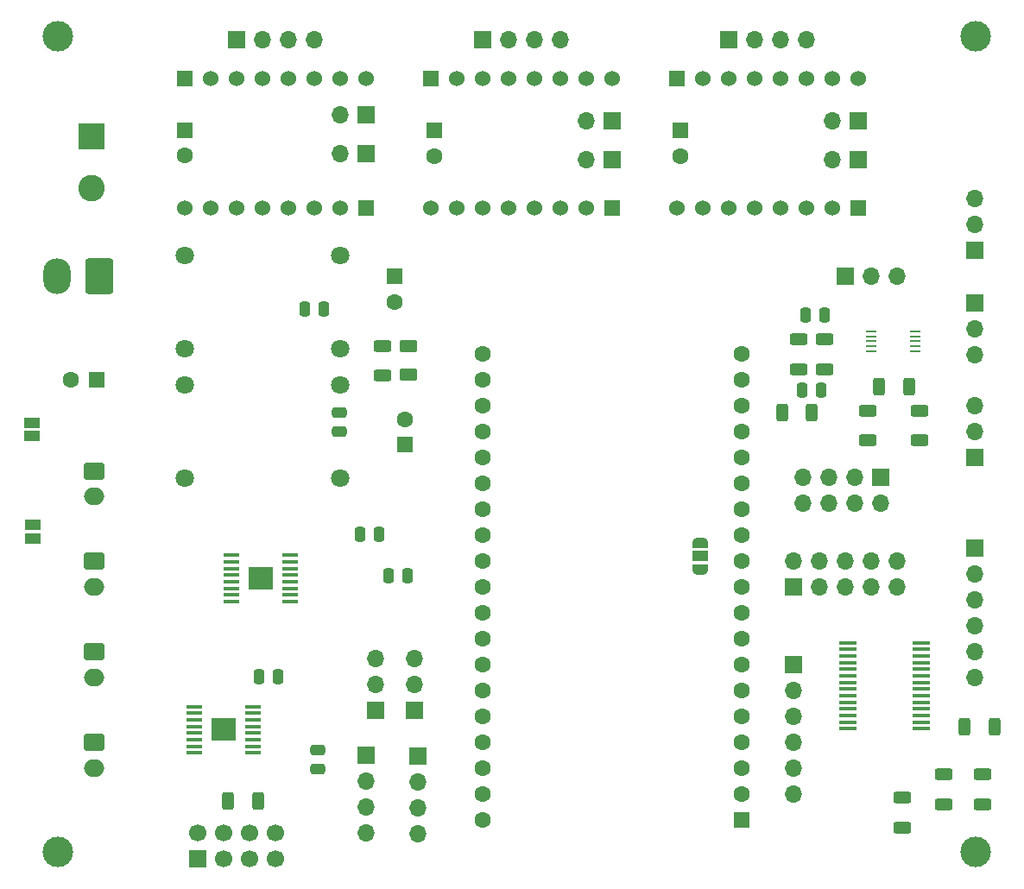
<source format=gbr>
%TF.GenerationSoftware,KiCad,Pcbnew,6.0.4-6f826c9f35~116~ubuntu20.04.1*%
%TF.CreationDate,2022-04-04T16:25:21+02:00*%
%TF.ProjectId,Hydroponics_board_v1,48796472-6f70-46f6-9e69-63735f626f61,rev?*%
%TF.SameCoordinates,Original*%
%TF.FileFunction,Soldermask,Top*%
%TF.FilePolarity,Negative*%
%FSLAX46Y46*%
G04 Gerber Fmt 4.6, Leading zero omitted, Abs format (unit mm)*
G04 Created by KiCad (PCBNEW 6.0.4-6f826c9f35~116~ubuntu20.04.1) date 2022-04-04 16:25:21*
%MOMM*%
%LPD*%
G01*
G04 APERTURE LIST*
G04 Aperture macros list*
%AMRoundRect*
0 Rectangle with rounded corners*
0 $1 Rounding radius*
0 $2 $3 $4 $5 $6 $7 $8 $9 X,Y pos of 4 corners*
0 Add a 4 corners polygon primitive as box body*
4,1,4,$2,$3,$4,$5,$6,$7,$8,$9,$2,$3,0*
0 Add four circle primitives for the rounded corners*
1,1,$1+$1,$2,$3*
1,1,$1+$1,$4,$5*
1,1,$1+$1,$6,$7*
1,1,$1+$1,$8,$9*
0 Add four rect primitives between the rounded corners*
20,1,$1+$1,$2,$3,$4,$5,0*
20,1,$1+$1,$4,$5,$6,$7,0*
20,1,$1+$1,$6,$7,$8,$9,0*
20,1,$1+$1,$8,$9,$2,$3,0*%
%AMFreePoly0*
4,1,22,0.550000,-0.750000,0.000000,-0.750000,0.000000,-0.745033,-0.079941,-0.743568,-0.215256,-0.701293,-0.333266,-0.622738,-0.424486,-0.514219,-0.481581,-0.384460,-0.499164,-0.250000,-0.500000,-0.250000,-0.500000,0.250000,-0.499164,0.250000,-0.499963,0.256109,-0.478152,0.396186,-0.417904,0.524511,-0.324060,0.630769,-0.204165,0.706417,-0.067858,0.745374,0.000000,0.744959,0.000000,0.750000,
0.550000,0.750000,0.550000,-0.750000,0.550000,-0.750000,$1*%
%AMFreePoly1*
4,1,20,0.000000,0.744959,0.073905,0.744508,0.209726,0.703889,0.328688,0.626782,0.421226,0.519385,0.479903,0.390333,0.500000,0.250000,0.500000,-0.250000,0.499851,-0.262216,0.476331,-0.402017,0.414519,-0.529596,0.319384,-0.634700,0.198574,-0.708877,0.061801,-0.746166,0.000000,-0.745033,0.000000,-0.750000,-0.550000,-0.750000,-0.550000,0.750000,0.000000,0.750000,0.000000,0.744959,
0.000000,0.744959,$1*%
G04 Aperture macros list end*
%ADD10R,1.600000X1.600000*%
%ADD11C,1.600000*%
%ADD12R,1.700000X1.700000*%
%ADD13O,1.700000X1.700000*%
%ADD14RoundRect,0.250000X0.625000X-0.375000X0.625000X0.375000X-0.625000X0.375000X-0.625000X-0.375000X0*%
%ADD15C,3.000000*%
%ADD16RoundRect,0.250000X0.625000X-0.312500X0.625000X0.312500X-0.625000X0.312500X-0.625000X-0.312500X0*%
%ADD17R,2.600000X2.600000*%
%ADD18C,2.600000*%
%ADD19RoundRect,0.250000X0.312500X0.625000X-0.312500X0.625000X-0.312500X-0.625000X0.312500X-0.625000X0*%
%ADD20RoundRect,0.250000X-0.750000X0.600000X-0.750000X-0.600000X0.750000X-0.600000X0.750000X0.600000X0*%
%ADD21O,2.000000X1.700000*%
%ADD22RoundRect,0.250000X-0.250000X-0.475000X0.250000X-0.475000X0.250000X0.475000X-0.250000X0.475000X0*%
%ADD23C,1.800000*%
%ADD24RoundRect,0.250000X0.250000X0.475000X-0.250000X0.475000X-0.250000X-0.475000X0.250000X-0.475000X0*%
%ADD25RoundRect,0.250000X-0.625000X0.312500X-0.625000X-0.312500X0.625000X-0.312500X0.625000X0.312500X0*%
%ADD26FreePoly0,90.000000*%
%ADD27R,1.500000X1.000000*%
%ADD28FreePoly1,90.000000*%
%ADD29RoundRect,0.250000X0.475000X-0.250000X0.475000X0.250000X-0.475000X0.250000X-0.475000X-0.250000X0*%
%ADD30C,1.700000*%
%ADD31R,1.524000X1.524000*%
%ADD32C,1.524000*%
%ADD33RoundRect,0.250000X-0.475000X0.250000X-0.475000X-0.250000X0.475000X-0.250000X0.475000X0.250000X0*%
%ADD34R,2.460000X2.310000*%
%ADD35RoundRect,0.100000X-0.687500X-0.100000X0.687500X-0.100000X0.687500X0.100000X-0.687500X0.100000X0*%
%ADD36RoundRect,0.250001X-1.099999X1.499999X-1.099999X-1.499999X1.099999X-1.499999X1.099999X1.499999X0*%
%ADD37O,2.700000X3.500000*%
%ADD38RoundRect,0.250000X-0.312500X-0.625000X0.312500X-0.625000X0.312500X0.625000X-0.312500X0.625000X0*%
%ADD39R,1.100000X0.250000*%
%ADD40R,1.750000X0.450000*%
G04 APERTURE END LIST*
D10*
%TO.C,C3*%
X126080000Y-54250000D03*
D11*
X126080000Y-56750000D03*
%TD*%
D12*
%TO.C,J12*%
X142255000Y-68580000D03*
D13*
X144795000Y-68580000D03*
X147335000Y-68580000D03*
%TD*%
D14*
%TO.C,D1*%
X99370000Y-78230000D03*
X99370000Y-75430000D03*
%TD*%
D15*
%TO.C,MH3*%
X155000000Y-45000000D03*
%TD*%
D16*
%TO.C,R9*%
X147828000Y-122620500D03*
X147828000Y-119695500D03*
%TD*%
D12*
%TO.C,J1*%
X95250000Y-115570000D03*
D13*
X95250000Y-118110000D03*
X95250000Y-120650000D03*
X95250000Y-123190000D03*
%TD*%
D12*
%TO.C,J3*%
X96195000Y-111120000D03*
D13*
X96195000Y-108580000D03*
X96195000Y-106040000D03*
%TD*%
D17*
%TO.C,J21*%
X68275000Y-54864000D03*
D18*
X68275000Y-59944000D03*
%TD*%
D15*
%TO.C,MH3*%
X155000000Y-125000000D03*
%TD*%
D19*
%TO.C,R3*%
X148457500Y-79370000D03*
X145532500Y-79370000D03*
%TD*%
D12*
%TO.C,JP2*%
X95250000Y-56560000D03*
D13*
X92710000Y-56560000D03*
%TD*%
D12*
%TO.C,J8*%
X130820000Y-45340000D03*
D13*
X133360000Y-45340000D03*
X135900000Y-45340000D03*
X138440000Y-45340000D03*
%TD*%
D20*
%TO.C,J17*%
X68580000Y-87670000D03*
D21*
X68580000Y-90170000D03*
%TD*%
D22*
%TO.C,C12*%
X94610000Y-93848000D03*
X96510000Y-93848000D03*
%TD*%
D12*
%TO.C,J13*%
X137160000Y-99060000D03*
D13*
X137160000Y-96520000D03*
X139700000Y-99060000D03*
X139700000Y-96520000D03*
X142240000Y-99060000D03*
X142240000Y-96520000D03*
X144780000Y-99060000D03*
X144780000Y-96520000D03*
X147320000Y-99060000D03*
X147320000Y-96520000D03*
%TD*%
D23*
%TO.C,U7*%
X77470001Y-66549999D03*
X77470001Y-75689999D03*
X92710001Y-66549999D03*
X92710001Y-75689999D03*
%TD*%
D24*
%TO.C,C14*%
X86604000Y-107818000D03*
X84704000Y-107818000D03*
%TD*%
D12*
%TO.C,J15*%
X154940000Y-95245000D03*
D13*
X154940000Y-97785000D03*
X154940000Y-100325000D03*
X154940000Y-102865000D03*
X154940000Y-105405000D03*
X154940000Y-107945000D03*
%TD*%
D22*
%TO.C,C11*%
X97404000Y-97912000D03*
X99304000Y-97912000D03*
%TD*%
D25*
%TO.C,FB2*%
X137668000Y-74737500D03*
X137668000Y-77662500D03*
%TD*%
D16*
%TO.C,R10*%
X96830000Y-78292500D03*
X96830000Y-75367500D03*
%TD*%
D12*
%TO.C,JP3*%
X119380000Y-53340000D03*
D13*
X116840000Y-53340000D03*
%TD*%
D12*
%TO.C,J14*%
X137160000Y-106680000D03*
D13*
X137160000Y-109220000D03*
X137160000Y-111760000D03*
X137160000Y-114300000D03*
X137160000Y-116840000D03*
X137160000Y-119380000D03*
%TD*%
D26*
%TO.C,JP8*%
X128000000Y-97300000D03*
D27*
X128000000Y-96000000D03*
D28*
X128000000Y-94700000D03*
%TD*%
D24*
%TO.C,C5*%
X139888000Y-79756000D03*
X137988000Y-79756000D03*
%TD*%
D29*
%TO.C,C10*%
X92620001Y-83819999D03*
X92620001Y-81919999D03*
%TD*%
D12*
%TO.C,J6*%
X82550000Y-45340000D03*
D13*
X85090000Y-45340000D03*
X87630000Y-45340000D03*
X90170000Y-45340000D03*
%TD*%
D27*
%TO.C,JP9*%
X62484000Y-84216000D03*
X62484000Y-82916000D03*
%TD*%
D12*
%TO.C,U11*%
X78740000Y-125730000D03*
D30*
X78740000Y-123190000D03*
X81280000Y-125730000D03*
X81280000Y-123190000D03*
X83820000Y-125730000D03*
X83820000Y-123190000D03*
X86360000Y-125730000D03*
X86360000Y-123190000D03*
%TD*%
D16*
%TO.C,R8*%
X151892000Y-120334500D03*
X151892000Y-117409500D03*
%TD*%
D27*
%TO.C,JP10*%
X62540000Y-94244000D03*
X62540000Y-92944000D03*
%TD*%
D12*
%TO.C,JP5*%
X143510000Y-53340000D03*
D13*
X140970000Y-53340000D03*
%TD*%
D12*
%TO.C,J4*%
X145725000Y-88260000D03*
D13*
X145725000Y-90800000D03*
X143185000Y-88260000D03*
X143185000Y-90800000D03*
X140645000Y-88260000D03*
X140645000Y-90800000D03*
X138105000Y-88260000D03*
X138105000Y-90800000D03*
%TD*%
D15*
%TO.C,MH3*%
X65000000Y-45000000D03*
%TD*%
D20*
%TO.C,J18*%
X68580000Y-96520000D03*
D21*
X68580000Y-99020000D03*
%TD*%
D31*
%TO.C,U3*%
X119380000Y-61850000D03*
D32*
X116840000Y-61850000D03*
X114300000Y-61850000D03*
X111760000Y-61850000D03*
X109220000Y-61850000D03*
X106680000Y-61850000D03*
X104140000Y-61850000D03*
X101600000Y-61850000D03*
D31*
X101600000Y-49150000D03*
D32*
X104140000Y-49150000D03*
X106680000Y-49150000D03*
X109220000Y-49150000D03*
X111760000Y-49150000D03*
X114300000Y-49150000D03*
X116840000Y-49150000D03*
X119380000Y-49150000D03*
%TD*%
D10*
%TO.C,C1*%
X77460000Y-54230000D03*
D11*
X77460000Y-56730000D03*
%TD*%
D12*
%TO.C,J5*%
X100330000Y-115580000D03*
D13*
X100330000Y-118120000D03*
X100330000Y-120660000D03*
X100330000Y-123200000D03*
%TD*%
D12*
%TO.C,J11*%
X154940000Y-66025000D03*
D13*
X154940000Y-63485000D03*
X154940000Y-60945000D03*
%TD*%
D10*
%TO.C,C2*%
X101950000Y-54250000D03*
D11*
X101950000Y-56750000D03*
%TD*%
D12*
%TO.C,JP4*%
X119380000Y-57150000D03*
D13*
X116840000Y-57150000D03*
%TD*%
D20*
%TO.C,J20*%
X68580000Y-114300000D03*
D21*
X68580000Y-116800000D03*
%TD*%
D31*
%TO.C,U2*%
X95240000Y-61850000D03*
D32*
X92700000Y-61850000D03*
X90160000Y-61850000D03*
X87620000Y-61850000D03*
X85080000Y-61850000D03*
X82540000Y-61850000D03*
X80000000Y-61850000D03*
X77460000Y-61850000D03*
D31*
X77460000Y-49150000D03*
D32*
X80000000Y-49150000D03*
X82540000Y-49150000D03*
X85080000Y-49150000D03*
X87620000Y-49150000D03*
X90160000Y-49150000D03*
X92700000Y-49150000D03*
X95240000Y-49150000D03*
%TD*%
D15*
%TO.C,MH3*%
X65000000Y-125000000D03*
%TD*%
D33*
%TO.C,C13*%
X90480000Y-114996000D03*
X90480000Y-116896000D03*
%TD*%
D12*
%TO.C,J7*%
X106690000Y-45340000D03*
D13*
X109230000Y-45340000D03*
X111770000Y-45340000D03*
X114310000Y-45340000D03*
%TD*%
D34*
%TO.C,U9*%
X84930000Y-98200000D03*
D35*
X82067500Y-95925000D03*
X82067500Y-96575000D03*
X82067500Y-97225000D03*
X82067500Y-97875000D03*
X82067500Y-98525000D03*
X82067500Y-99175000D03*
X82067500Y-99825000D03*
X82067500Y-100475000D03*
X87792500Y-100475000D03*
X87792500Y-99825000D03*
X87792500Y-99175000D03*
X87792500Y-98525000D03*
X87792500Y-97875000D03*
X87792500Y-97225000D03*
X87792500Y-96575000D03*
X87792500Y-95925000D03*
%TD*%
D12*
%TO.C,JP1*%
X95250000Y-52750000D03*
D13*
X92710000Y-52750000D03*
%TD*%
D31*
%TO.C,U4*%
X143510000Y-61850000D03*
D32*
X140970000Y-61850000D03*
X138430000Y-61850000D03*
X135890000Y-61850000D03*
X133350000Y-61850000D03*
X130810000Y-61850000D03*
X128270000Y-61850000D03*
X125730000Y-61850000D03*
D31*
X125730000Y-49150000D03*
D32*
X128270000Y-49150000D03*
X130810000Y-49150000D03*
X133350000Y-49150000D03*
X135890000Y-49150000D03*
X138430000Y-49150000D03*
X140970000Y-49150000D03*
X143510000Y-49150000D03*
%TD*%
D23*
%TO.C,U8*%
X77470001Y-79249999D03*
X77470001Y-88389999D03*
X92710001Y-79249999D03*
X92710001Y-88389999D03*
%TD*%
D24*
%TO.C,C4*%
X140208000Y-72390000D03*
X138308000Y-72390000D03*
%TD*%
D10*
%TO.C,C9*%
X99060001Y-85089999D03*
D11*
X99060001Y-82589999D03*
%TD*%
D12*
%TO.C,J9*%
X154940000Y-86345000D03*
D13*
X154940000Y-83805000D03*
X154940000Y-81265000D03*
%TD*%
D36*
%TO.C,J16*%
X69110001Y-68579999D03*
D37*
X64910001Y-68579999D03*
%TD*%
D19*
%TO.C,R7*%
X156859700Y-112750600D03*
X153934700Y-112750600D03*
%TD*%
D16*
%TO.C,FB1*%
X140208000Y-77662500D03*
X140208000Y-74737500D03*
%TD*%
D12*
%TO.C,JP6*%
X143510000Y-57150000D03*
D13*
X140970000Y-57150000D03*
%TD*%
D20*
%TO.C,J19*%
X68580000Y-105410000D03*
D21*
X68580000Y-107910000D03*
%TD*%
D19*
%TO.C,R5*%
X138932500Y-81910000D03*
X136007500Y-81910000D03*
%TD*%
D16*
%TO.C,R6*%
X155702000Y-120334500D03*
X155702000Y-117409500D03*
%TD*%
D24*
%TO.C,C8*%
X91110000Y-71750000D03*
X89210000Y-71750000D03*
%TD*%
D10*
%TO.C,C6*%
X68800001Y-78739999D03*
D11*
X66300001Y-78739999D03*
%TD*%
D12*
%TO.C,J2*%
X100005000Y-111120000D03*
D13*
X100005000Y-108580000D03*
X100005000Y-106040000D03*
%TD*%
D38*
%TO.C,R1*%
X81722500Y-120015000D03*
X84647500Y-120015000D03*
%TD*%
D39*
%TO.C,U5*%
X149090000Y-75930000D03*
X149090000Y-75430000D03*
X149090000Y-74930000D03*
X149090000Y-74430000D03*
X149090000Y-73930000D03*
X144790000Y-73930000D03*
X144790000Y-74430000D03*
X144790000Y-74930000D03*
X144790000Y-75430000D03*
X144790000Y-75930000D03*
%TD*%
D10*
%TO.C,C7*%
X98044000Y-68580000D03*
D11*
X98044000Y-71080000D03*
%TD*%
D40*
%TO.C,U6*%
X142450000Y-104487000D03*
X142450000Y-105137000D03*
X142450000Y-105787000D03*
X142450000Y-106437000D03*
X142450000Y-107087000D03*
X142450000Y-107737000D03*
X142450000Y-108387000D03*
X142450000Y-109037000D03*
X142450000Y-109687000D03*
X142450000Y-110337000D03*
X142450000Y-110987000D03*
X142450000Y-111637000D03*
X142450000Y-112287000D03*
X142450000Y-112937000D03*
X149650000Y-112937000D03*
X149650000Y-112287000D03*
X149650000Y-111637000D03*
X149650000Y-110987000D03*
X149650000Y-110337000D03*
X149650000Y-109687000D03*
X149650000Y-109037000D03*
X149650000Y-108387000D03*
X149650000Y-107737000D03*
X149650000Y-107087000D03*
X149650000Y-106437000D03*
X149650000Y-105787000D03*
X149650000Y-105137000D03*
X149650000Y-104487000D03*
%TD*%
D12*
%TO.C,J10*%
X154940000Y-71135000D03*
D13*
X154940000Y-73675000D03*
X154940000Y-76215000D03*
%TD*%
D16*
%TO.C,R2*%
X149535000Y-84642500D03*
X149535000Y-81717500D03*
%TD*%
%TO.C,R4*%
X144455000Y-84642500D03*
X144455000Y-81717500D03*
%TD*%
D34*
%TO.C,U10*%
X81280000Y-113030000D03*
D35*
X78417500Y-110755000D03*
X78417500Y-111405000D03*
X78417500Y-112055000D03*
X78417500Y-112705000D03*
X78417500Y-113355000D03*
X78417500Y-114005000D03*
X78417500Y-114655000D03*
X78417500Y-115305000D03*
X84142500Y-115305000D03*
X84142500Y-114655000D03*
X84142500Y-114005000D03*
X84142500Y-113355000D03*
X84142500Y-112705000D03*
X84142500Y-112055000D03*
X84142500Y-111405000D03*
X84142500Y-110755000D03*
%TD*%
D11*
%TO.C,U1*%
X106680000Y-121920000D03*
X106680000Y-119380000D03*
X106680000Y-116840000D03*
X106680000Y-114300000D03*
X106680000Y-111760000D03*
X106680000Y-109220000D03*
X106680000Y-106680000D03*
X106680000Y-104140000D03*
X106680000Y-101600000D03*
X106680000Y-99060000D03*
X106680000Y-96520000D03*
X106680000Y-93980000D03*
X106680000Y-91440000D03*
X106680000Y-88900000D03*
X106680000Y-86360000D03*
X106680000Y-83820000D03*
X106680000Y-81280000D03*
X106680000Y-78740000D03*
X106680000Y-76200000D03*
X132080000Y-76200000D03*
X132080000Y-78740000D03*
X132080000Y-81280000D03*
X132080000Y-83820000D03*
X132080000Y-86360000D03*
X132080000Y-88900000D03*
X132080000Y-91440000D03*
X132080000Y-93980000D03*
X132080000Y-96520000D03*
X132080000Y-99060000D03*
X132080000Y-101600000D03*
X132080000Y-104140000D03*
X132080000Y-106680000D03*
X132080000Y-109220000D03*
X132080000Y-111760000D03*
X132080000Y-114300000D03*
X132080000Y-116840000D03*
X132080000Y-119380000D03*
D10*
X132080000Y-121920000D03*
%TD*%
M02*

</source>
